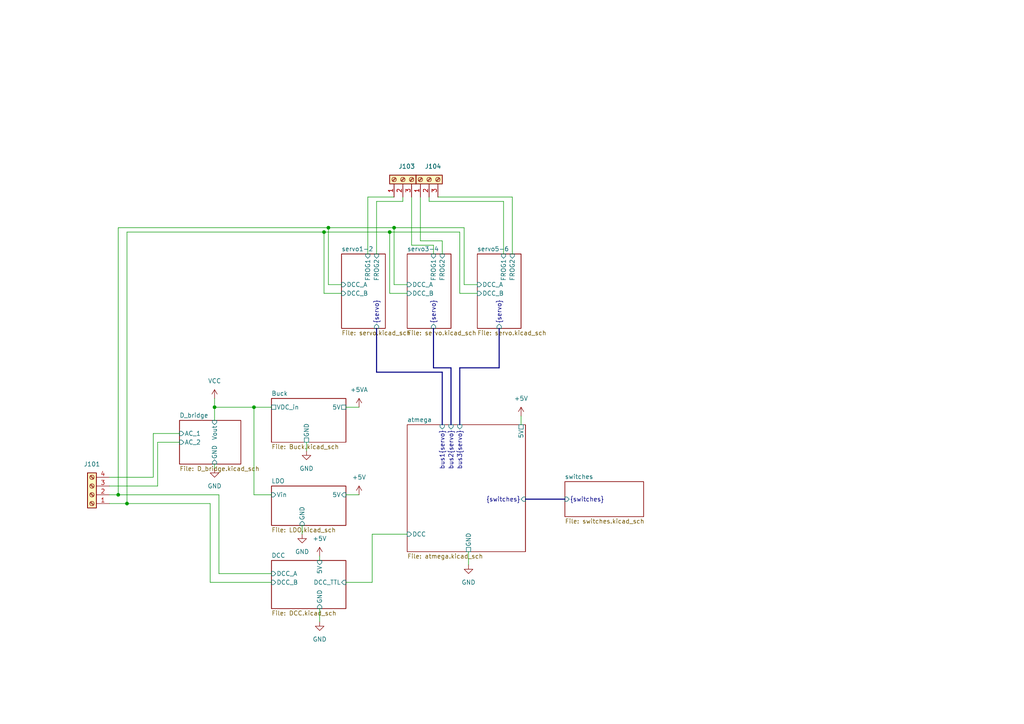
<source format=kicad_sch>
(kicad_sch (version 20230121) (generator eeschema)
  (paper "A4")
  (lib_symbols
    (symbol "Connector:Screw_Terminal_01x03" (pin_names (offset 1.016) hide)
      (property "Reference" "J" (at 0 5.08 0))
      (property "Value" "Screw_Terminal_01x03" (at 0 -5.08 0))
      (symbol "Screw_Terminal_01x03_1_1"
        (rectangle (start -1.27 3.81) (end 1.27 -3.81) (stroke (width 0.254)) (fill (type background)))
        (circle (center 0 -2.54) (radius 0.635) (stroke (width 0.1524)))
        (polyline (pts (xy -0.5334 -2.2098) (xy 0.3302 -3.048)) (stroke (width 0.1524)))
        (polyline (pts (xy -0.5334 0.3302) (xy 0.3302 -0.508)) (stroke (width 0.1524)))
        (polyline (pts (xy -0.5334 2.8702) (xy 0.3302 2.032)) (stroke (width 0.1524)))
        (polyline (pts (xy -0.3556 -2.032) (xy 0.508 -2.8702)) (stroke (width 0.1524)))
        (polyline (pts (xy -0.3556 0.508) (xy 0.508 -0.3302)) (stroke (width 0.1524)))
        (polyline (pts (xy -0.3556 3.048) (xy 0.508 2.2098)) (stroke (width 0.1524)))
        (circle (center 0 0) (radius 0.635) (stroke (width 0.1524)))
        (circle (center 0 2.54) (radius 0.635) (stroke (width 0.1524)))
        (pin passive line (at -5.08 2.54 0) (length 3.81) (name "Pin_1") (number "1"))
        (pin passive line (at -5.08 0 0) (length 3.81) (name "Pin_2") (number "2"))
        (pin passive line (at -5.08 -2.54 0) (length 3.81) (name "Pin_3") (number "3"))
      )
    )
    (symbol "Connector:Screw_Terminal_01x04" (pin_names (offset 1.016) hide)
      (property "Reference" "J" (at 0 5.08 0))
      (property "Value" "Screw_Terminal_01x04" (at 0 -7.62 0))
      (symbol "Screw_Terminal_01x04_1_1"
        (rectangle (start -1.27 3.81) (end 1.27 -6.35) (stroke (width 0.254)) (fill (type background)))
        (circle (center 0 -5.08) (radius 0.635) (stroke (width 0.1524)))
        (circle (center 0 -2.54) (radius 0.635) (stroke (width 0.1524)))
        (polyline (pts (xy -0.5334 -4.7498) (xy 0.3302 -5.588)) (stroke (width 0.1524)))
        (polyline (pts (xy -0.5334 -2.2098) (xy 0.3302 -3.048)) (stroke (width 0.1524)))
        (polyline (pts (xy -0.5334 0.3302) (xy 0.3302 -0.508)) (stroke (width 0.1524)))
        (polyline (pts (xy -0.5334 2.8702) (xy 0.3302 2.032)) (stroke (width 0.1524)))
        (polyline (pts (xy -0.3556 -4.572) (xy 0.508 -5.4102)) (stroke (width 0.1524)))
        (polyline (pts (xy -0.3556 -2.032) (xy 0.508 -2.8702)) (stroke (width 0.1524)))
        (polyline (pts (xy -0.3556 0.508) (xy 0.508 -0.3302)) (stroke (width 0.1524)))
        (polyline (pts (xy -0.3556 3.048) (xy 0.508 2.2098)) (stroke (width 0.1524)))
        (circle (center 0 0) (radius 0.635) (stroke (width 0.1524)))
        (circle (center 0 2.54) (radius 0.635) (stroke (width 0.1524)))
        (pin passive line (at -5.08 2.54 0) (length 3.81) (name "Pin_1") (number "1"))
        (pin passive line (at -5.08 0 0) (length 3.81) (name "Pin_2") (number "2"))
        (pin passive line (at -5.08 -2.54 0) (length 3.81) (name "Pin_3") (number "3"))
        (pin passive line (at -5.08 -5.08 0) (length 3.81) (name "Pin_4") (number "4"))
      )
    )
    (symbol "power:+5V" (power) (pin_names (offset 0))
      (property "Value" "+5V" (at 0 3.556 0))
      (symbol "+5V_0_1"
        (polyline (pts (xy -0.762 1.27) (xy 0 2.54)))
        (polyline (pts (xy 0 0) (xy 0 2.54)))
        (polyline (pts (xy 0 2.54) (xy 0.762 1.27)))
      )
      (symbol "+5V_1_1"
        (pin power_in line (at 0 0 90) (length 0) hide (name "+5V") (number "1"))
      )
    )
    (symbol "power:+5VA" (power) (pin_names (offset 0))
      (property "Value" "+5VA" (at 0 3.556 0))
      (symbol "+5VA_0_1"
        (polyline (pts (xy -0.762 1.27) (xy 0 2.54)))
        (polyline (pts (xy 0 0) (xy 0 2.54)))
        (polyline (pts (xy 0 2.54) (xy 0.762 1.27)))
      )
      (symbol "+5VA_1_1"
        (pin power_in line (at 0 0 90) (length 0) hide (name "+5VA") (number "1"))
      )
    )
    (symbol "power:GND" (power) (pin_names (offset 0))
      (property "Value" "GND" (at 0 -3.81 0))
      (symbol "GND_0_1"
        (polyline (pts (xy 0 0) (xy 0 -1.27) (xy 1.27 -1.27) (xy 0 -2.54) (xy -1.27 -1.27) (xy 0 -1.27)))
      )
      (symbol "GND_1_1"
        (pin power_in line (at 0 0 270) (length 0) hide (name "GND") (number "1"))
      )
    )
    (symbol "power:VCC" (power) (pin_names (offset 0))
      (property "Value" "VCC" (at 0 3.81 0))
      (symbol "VCC_0_1"
        (polyline (pts (xy -0.762 1.27) (xy 0 2.54)))
        (polyline (pts (xy 0 0) (xy 0 2.54)))
        (polyline (pts (xy 0 2.54) (xy 0.762 1.27)))
      )
      (symbol "VCC_1_1"
        (pin power_in line (at 0 0 90) (length 0) hide (name "VCC") (number "1"))
      )
    )
  )
  (bus_alias "servo" (members "pin1" "pin2" "relay1" "relay2"))
  (bus_alias "switches" (members "sw1" "sw2" "sw3" "sw4" "sw5"))
  (junction (at 93.98 67.31))
  (junction (at 114.3 66.04))
  (junction (at 34.29 143.51))
  (junction (at 73.66 118.11))
  (junction (at 36.83 146.05))
  (junction (at 113.03 67.31))
  (junction (at 62.23 118.11))
  (junction (at 95.25 66.04))
  (wire (pts (xy 88.9 128.27) (xy 88.9 130.81)))
  (bus (pts (xy 144.78 106.68) (xy 144.78 95.25)))
  (bus (pts (xy 109.22 107.95) (xy 109.22 95.25)))
  (wire (pts (xy 121.92 69.85) (xy 128.27 69.85)))
  (wire (pts (xy 100.33 143.51) (xy 104.14 143.51)))
  (bus (pts (xy 125.73 95.25) (xy 125.73 106.68)))
  (wire (pts (xy 36.83 146.05) (xy 36.83 67.31)))
  (wire (pts (xy 127 57.15) (xy 148.59 57.15)))
  (wire (pts (xy 107.95 154.94) (xy 118.11 154.94)))
  (wire (pts (xy 124.46 58.42) (xy 146.05 58.42)))
  (wire (pts (xy 119.38 57.15) (xy 119.38 71.12)))
  (wire (pts (xy 114.3 82.55) (xy 114.3 66.04)))
  (wire (pts (xy 93.98 67.31) (xy 113.03 67.31)))
  (wire (pts (xy 63.5 166.37) (xy 78.74 166.37)))
  (wire (pts (xy 60.96 168.91) (xy 78.74 168.91)))
  (wire (pts (xy 99.06 82.55) (xy 95.25 82.55)))
  (wire (pts (xy 118.11 82.55) (xy 114.3 82.55)))
  (wire (pts (xy 148.59 57.15) (xy 148.59 73.66)))
  (wire (pts (xy 44.45 125.73) (xy 52.07 125.73)))
  (wire (pts (xy 62.23 134.62) (xy 62.23 135.89)))
  (wire (pts (xy 125.73 73.66) (xy 125.73 71.12)))
  (wire (pts (xy 138.43 82.55) (xy 134.62 82.55)))
  (wire (pts (xy 31.75 140.97) (xy 45.72 140.97)))
  (wire (pts (xy 73.66 118.11) (xy 73.66 143.51)))
  (wire (pts (xy 92.71 176.53) (xy 92.71 180.34)))
  (bus (pts (xy 152.4 144.78) (xy 163.83 144.78)))
  (wire (pts (xy 133.35 67.31) (xy 133.35 85.09)))
  (wire (pts (xy 31.75 143.51) (xy 34.29 143.51)))
  (wire (pts (xy 116.84 58.42) (xy 109.22 58.42)))
  (wire (pts (xy 121.92 57.15) (xy 121.92 69.85)))
  (wire (pts (xy 31.75 146.05) (xy 36.83 146.05)))
  (wire (pts (xy 106.68 73.66) (xy 106.68 57.15)))
  (wire (pts (xy 93.98 85.09) (xy 93.98 67.31)))
  (wire (pts (xy 63.5 143.51) (xy 63.5 166.37)))
  (wire (pts (xy 73.66 118.11) (xy 78.74 118.11)))
  (wire (pts (xy 60.96 146.05) (xy 60.96 168.91)))
  (wire (pts (xy 134.62 66.04) (xy 114.3 66.04)))
  (wire (pts (xy 109.22 58.42) (xy 109.22 73.66)))
  (wire (pts (xy 106.68 57.15) (xy 114.3 57.15)))
  (wire (pts (xy 73.66 143.51) (xy 78.74 143.51)))
  (wire (pts (xy 95.25 66.04) (xy 34.29 66.04)))
  (bus (pts (xy 133.35 123.19) (xy 133.35 106.68)))
  (wire (pts (xy 62.23 118.11) (xy 73.66 118.11)))
  (wire (pts (xy 34.29 143.51) (xy 63.5 143.51)))
  (bus (pts (xy 125.73 106.68) (xy 130.81 106.68)))
  (wire (pts (xy 124.46 57.15) (xy 124.46 58.42)))
  (wire (pts (xy 100.33 118.11) (xy 104.14 118.11)))
  (wire (pts (xy 62.23 115.57) (xy 62.23 118.11)))
  (wire (pts (xy 62.23 121.92) (xy 62.23 118.11)))
  (wire (pts (xy 146.05 58.42) (xy 146.05 73.66)))
  (wire (pts (xy 31.75 138.43) (xy 44.45 138.43)))
  (wire (pts (xy 36.83 67.31) (xy 93.98 67.31)))
  (wire (pts (xy 45.72 140.97) (xy 45.72 128.27)))
  (wire (pts (xy 99.06 85.09) (xy 93.98 85.09)))
  (wire (pts (xy 125.73 71.12) (xy 119.38 71.12)))
  (wire (pts (xy 134.62 66.04) (xy 134.62 82.55)))
  (wire (pts (xy 151.13 120.65) (xy 151.13 123.19)))
  (wire (pts (xy 107.95 168.91) (xy 107.95 154.94)))
  (wire (pts (xy 45.72 128.27) (xy 52.07 128.27)))
  (bus (pts (xy 133.35 106.68) (xy 144.78 106.68)))
  (bus (pts (xy 130.81 106.68) (xy 130.81 123.19)))
  (wire (pts (xy 113.03 67.31) (xy 113.03 85.09)))
  (wire (pts (xy 36.83 146.05) (xy 60.96 146.05)))
  (wire (pts (xy 92.71 161.29) (xy 92.71 162.56)))
  (wire (pts (xy 135.89 160.02) (xy 135.89 163.83)))
  (wire (pts (xy 34.29 66.04) (xy 34.29 143.51)))
  (bus (pts (xy 128.27 107.95) (xy 109.22 107.95)))
  (wire (pts (xy 95.25 82.55) (xy 95.25 66.04)))
  (bus (pts (xy 128.27 123.19) (xy 128.27 107.95)))
  (wire (pts (xy 113.03 85.09) (xy 118.11 85.09)))
  (wire (pts (xy 100.33 168.91) (xy 107.95 168.91)))
  (wire (pts (xy 128.27 69.85) (xy 128.27 73.66)))
  (wire (pts (xy 44.45 138.43) (xy 44.45 125.73)))
  (wire (pts (xy 114.3 66.04) (xy 95.25 66.04)))
  (wire (pts (xy 133.35 85.09) (xy 138.43 85.09)))
  (wire (pts (xy 87.63 152.4) (xy 87.63 154.94)))
  (wire (pts (xy 113.03 67.31) (xy 133.35 67.31)))
  (wire (pts (xy 116.84 57.15) (xy 116.84 58.42)))
  (symbol (lib_id "power:GND") (at 135.89 163.83 0) (unit 1)
    (property "Reference" "#PWR0108" (effects hide))
    (property "Value" "GND" (at 135.89 168.91 0))
  )
  (symbol (lib_id "power:+5V") (at 151.13 120.65 0) (unit 1)
    (property "Reference" "#PWR0109" (effects hide))
    (property "Value" "+5V" (at 151.13 115.57 0))
  )
  (symbol (lib_id "power:GND") (at 92.71 180.34 0) (unit 1)
    (property "Reference" "#PWR0105" (effects hide))
    (property "Value" "GND" (at 92.71 185.42 0))
  )
  (symbol (lib_id "power:+5V") (at 92.71 161.29 0) (unit 1)
    (property "Reference" "#PWR0104" (effects hide))
    (property "Value" "+5V" (at 92.71 156.21 0))
  )
  (symbol (lib_id "power:+5V") (at 104.14 143.51 0) (unit 1)
    (property "Reference" "#PWR0102" (effects hide))
    (property "Value" "+5V" (at 104.14 138.43 0))
  )
  (symbol (lib_id "Connector:Screw_Terminal_01x03") (at 124.46 52.07 90) (unit 1)
    (property "Reference" "J104" (at 123.19 48.26 90) (effects (justify right)))
    (property "Value" "Screw_Terminal_01x03" (effects hide))
    (property "Footprint" "TerminalBlock_Phoenix:TerminalBlock_Phoenix_MKDS-1,5-3-5.08_1x03_P5.08mm_Horizontal" (effects hide))
    (property "JLCPCB Part#" "C395869" (effects hide))
  )
  (symbol (lib_id "power:GND") (at 87.63 154.94 0) (unit 1)
    (property "Reference" "#PWR0106" (effects hide))
    (property "Value" "GND" (at 87.63 160.02 0))
  )
  (symbol (lib_id "power:GND") (at 62.23 135.89 0) (unit 1)
    (property "Reference" "#PWR0110" (effects hide))
    (property "Value" "GND" (at 62.23 140.97 0))
  )
  (symbol (lib_id "Connector:Screw_Terminal_01x03") (at 116.84 52.07 90) (unit 1)
    (property "Reference" "J103" (at 115.57 48.26 90) (effects (justify right)))
    (property "Value" "Screw_Terminal_01x03" (effects hide))
    (property "Footprint" "TerminalBlock_Phoenix:TerminalBlock_Phoenix_MKDS-1,5-3-5.08_1x03_P5.08mm_Horizontal" (effects hide))
    (property "JLCPCB Part#" "C395869" (effects hide))
  )
  (symbol (lib_id "power:+5VA") (at 104.14 118.11 0) (unit 1)
    (property "Reference" "#PWR0103" (effects hide))
    (property "Value" "+5VA" (at 104.14 113.03 0))
  )
  (symbol (lib_id "Connector:Screw_Terminal_01x04") (at 26.67 143.51 180) (unit 1)
    (property "Reference" "J101" (at 26.67 134.62 0))
    (property "Value" "Screw_Terminal_01x04" (effects hide))
    (property "Footprint" "TerminalBlock_Phoenix:TerminalBlock_Phoenix_MKDS-1,5-4-5.08_1x04_P5.08mm_Horizontal" (effects hide))
    (property "JLCPCB Part#" "C2827883" (effects hide))
  )
  (symbol (lib_id "power:VCC") (at 62.23 115.57 0) (unit 1)
    (property "Reference" "#PWR0101" (effects hide))
    (property "Value" "VCC" (at 62.23 110.49 0))
  )
  (symbol (lib_id "power:GND") (at 88.9 130.81 0) (unit 1)
    (property "Reference" "#PWR0107" (effects hide))
    (property "Value" "GND" (at 88.9 135.89 0))
  )
  (sheet (at 99.06 73.66) (size 12.7 21.59) (stroke (width 0.1524))
    (property "Sheetname" "servo1-2" (at 99.06 72.9484 0) (effects (justify left bottom)))
    (property "Sheetfile" "servo.kicad_sch" (at 99.06 95.8346 0) (effects (justify left top)))
    (pin "{servo}" input (at 109.22 95.25 270))
    (pin "DCC_A" input (at 99.06 82.55 180))
    (pin "DCC_B" input (at 99.06 85.09 180))
    (pin "FROG1" input (at 106.68 73.66 90))
    (pin "FROG2" input (at 109.22 73.66 90))
  )
  (sheet (at 163.83 139.7) (size 22.86 10.16) (stroke (width 0.1524))
    (property "Sheetname" "switches" (at 163.83 138.9884 0) (effects (justify left bottom)))
    (property "Sheetfile" "switches.kicad_sch" (at 163.83 150.4446 0) (effects (justify left top)))
    (pin "{switches}" input (at 163.83 144.78 180))
  )
  (sheet (at 52.07 121.92) (size 17.78 12.7) (stroke (width 0.1524))
    (property "Sheetname" "D_bridge" (at 52.07 121.2084 0) (effects (justify left bottom)))
    (property "Sheetfile" "D_bridge.kicad_sch" (at 52.07 135.2046 0) (effects (justify left top)))
    (pin "GND" input (at 62.23 134.62 270))
    (pin "Vout" input (at 62.23 121.92 90))
    (pin "AC_1" input (at 52.07 125.73 180))
    (pin "AC_2" input (at 52.07 128.27 180))
  )
  (sheet (at 78.74 162.56) (size 21.59 13.97) (stroke (width 0.1524))
    (property "Sheetname" "DCC" (at 78.74 161.8484 0) (effects (justify left bottom)))
    (property "Sheetfile" "DCC.kicad_sch" (at 78.74 177.1146 0) (effects (justify left top)))
    (pin "5V" input (at 92.71 162.56 90))
    (pin "DCC_TTL" input (at 100.33 168.91 0))
    (pin "GND" input (at 92.71 176.53 270))
    (pin "DCC_A" input (at 78.74 166.37 180))
    (pin "DCC_B" input (at 78.74 168.91 180))
  )
  (sheet (at 118.11 73.66) (size 12.7 21.59) (stroke (width 0.1524))
    (property "Sheetname" "servo3-4" (at 118.11 72.9484 0) (effects (justify left bottom)))
    (property "Sheetfile" "servo.kicad_sch" (at 118.11 95.8346 0) (effects (justify left top)))
    (pin "{servo}" input (at 125.73 95.25 270))
    (pin "DCC_A" input (at 118.11 82.55 180))
    (pin "DCC_B" input (at 118.11 85.09 180))
    (pin "FROG1" input (at 125.73 73.66 90))
    (pin "FROG2" input (at 128.27 73.66 90))
  )
  (sheet (at 78.74 115.57) (size 21.59 12.7) (stroke (width 0.1524))
    (property "Sheetname" "Buck" (at 78.74 114.8584 0) (effects (justify left bottom)))
    (property "Sheetfile" "Buck.kicad_sch" (at 78.74 128.8546 0) (effects (justify left top)))
    (pin "VDC_in" passive (at 78.74 118.11 180))
    (pin "5V" passive (at 100.33 118.11 0))
    (pin "GND" passive (at 88.9 128.27 270))
  )
  (sheet (at 138.43 73.66) (size 12.7 21.59) (stroke (width 0.1524))
    (property "Sheetname" "servo5-6" (at 138.43 72.9484 0) (effects (justify left bottom)))
    (property "Sheetfile" "servo.kicad_sch" (at 138.43 95.8346 0) (effects (justify left top)))
    (pin "{servo}" input (at 144.78 95.25 270))
    (pin "DCC_A" input (at 138.43 82.55 180))
    (pin "DCC_B" input (at 138.43 85.09 180))
    (pin "FROG1" input (at 146.05 73.66 90))
    (pin "FROG2" input (at 148.59 73.66 90))
  )
  (sheet (at 78.74 140.97) (size 21.59 11.43) (stroke (width 0.1524))
    (property "Sheetname" "LDO" (at 78.74 140.2584 0) (effects (justify left bottom)))
    (property "Sheetfile" "LDO.kicad_sch" (at 78.74 152.9846 0) (effects (justify left top)))
    (pin "Vin" input (at 78.74 143.51 180))
    (pin "5V" input (at 100.33 143.51 0))
    (pin "GND" input (at 87.63 152.4 270))
  )
  (sheet (at 118.11 123.19) (size 34.29 36.83) (stroke (width 0.1524))
    (property "Sheetname" "atmega" (at 118.11 122.4784 0) (effects (justify left bottom)))
    (property "Sheetfile" "atmega.kicad_sch" (at 118.11 160.6046 0) (effects (justify left top)))
    (pin "5V" passive (at 151.13 123.19 90))
    (pin "GND" passive (at 135.89 160.02 270))
    (pin "bus2{servo}" input (at 130.81 123.19 90))
    (pin "bus1{servo}" input (at 128.27 123.19 90))
    (pin "bus3{servo}" input (at 133.35 123.19 90))
    (pin "{switches}" input (at 152.4 144.78 0))
    (pin "DCC" input (at 118.11 154.94 180))
  )
)
</source>
